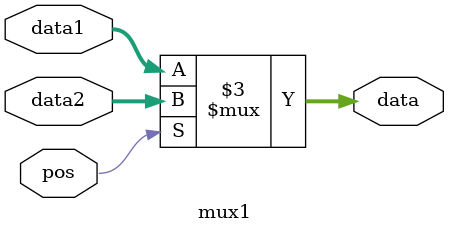
<source format=v>
`timescale 1ns / 1ps


module mux1(
    input [31:0] data1,
    input [31:0] data2,
    input pos,
    output reg [31:0] data
    );
    always@(*)
    begin
        if(pos)
            data <= data2;
        else
            data <= data1;
    end
endmodule

</source>
